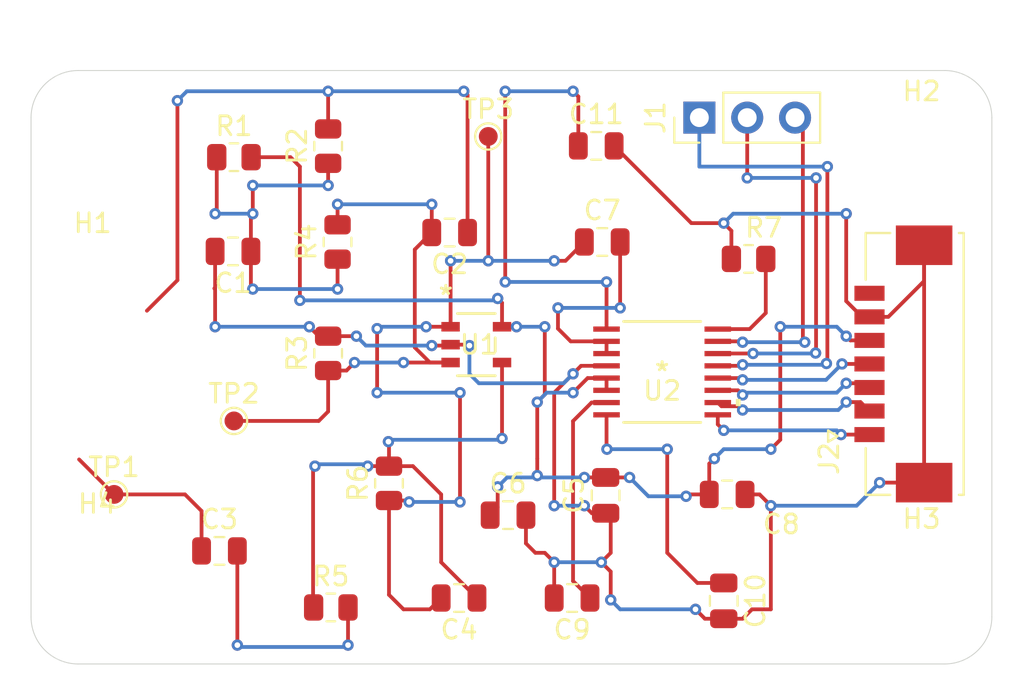
<source format=kicad_pcb>
(kicad_pcb (version 20240108) (generator "pcbnew") (generator_version "8.0")
  (layers (0 "F.Cu" signal) (31 "B.Cu" signal) (34 "B.Paste" user) (35 "F.Paste" user) (36 "B.SilkS" user "B.Silkscreen") (37 "F.SilkS" user "F.Silkscreen") (38 "B.Mask" user) (39 "F.Mask" user) (44 "Edge.Cuts" user))
  (net 0 "")
  (net 1 "Net-(C1-Pad1)")
  (net 2 "GND")
  (net 3 "Net-(U1-+IN)")
  (net 4 "Net-(C3-Pad2)")
  (net 5 "Net-(U1-OUT)")
  (net 6 "Net-(U1--IN)")
  (net 7 "+3V3")
  (net 8 "Net-(U2-LIN)")
  (net 9 "Net-(U2-GSEL)")
  (net 10 "Net-(U2-REGO)")
  (net 11 "Net-(U2-VCOM)")
  (net 12 "Net-(J1-Pin_1)")
  (net 13 "Net-(J1-Pin_3)")
  (net 14 "Net-(J1-Pin_2)")
  (net 15 "Net-(U2-CKS)")
  (net 16 "Net-(U2-MCLK)")
  (net 17 "Net-(U2-SDTO)")
  (net 18 "Net-(U2-LRCK)")
  (net 19 "Net-(U2-BICK)")
  (net 21 "Net-(MK1-+)")
  (footprint "Footprints:ADC" (layer "F.Cu") (at 161.7305 81.900002)
    (property "Reference" "U2" (at 0 1 0) (layer "F.SilkS"))
    (property "Value" "~")
    (fp_line (start -2.046677 2.6797) (end 2.046677 2.6797) (stroke (width 0.1524)) (layer "F.SilkS"))
    (fp_line (start 2.046677 -2.6797) (end -2.046677 -2.6797) (stroke (width 0.1524)) (layer "F.SilkS"))
    (fp_poly (pts (xy 4.1656 1.434501) (xy 4.1656 1.815501) (xy 3.9116 1.815501) (xy 3.9116 1.434501)) (fill solid) (layer "F.SilkS"))
    (fp_text user "*" (at 0 0 0) (layer "F.SilkS"))
    (fp_text user "*" (at 0 0 0) (layer "F.SilkS"))
    (pad "1" smd rect (at -2.95275 -2.274999) (size 1.4097 0.2794) (layers "F.Cu" "F.Paste" "F.Mask") (net 11 "Net-(U2-VCOM)"))
    (pad "2" smd rect (at -2.95275 -1.625001) (size 1.4097 0.2794) (layers "F.Cu" "F.Paste" "F.Mask") (net 8 "Net-(U2-LIN)"))
    (pad "3" smd rect (at -2.95275 -0.974999) (size 1.4097 0.2794) (layers "F.Cu" "F.Paste" "F.Mask") (net 8 "Net-(U2-LIN)"))
    (pad "4" smd rect (at -2.95275 -0.325001) (size 1.4097 0.2794) (layers "F.Cu" "F.Paste" "F.Mask") (net 2 "GND"))
    (pad "5" smd rect (at -2.95275 0.324998) (size 1.4097 0.2794) (layers "F.Cu" "F.Paste" "F.Mask") (net 7 "+3V3"))
    (pad "6" smd rect (at -2.95275 0.974999) (size 1.4097 0.2794) (layers "F.Cu" "F.Paste" "F.Mask") (net 7 "+3V3"))
    (pad "7" smd rect (at -2.95275 1.624998) (size 1.4097 0.2794) (layers "F.Cu" "F.Paste" "F.Mask") (net 9 "Net-(U2-GSEL)"))
    (pad "8" smd rect (at -2.95275 2.274999) (size 1.4097 0.2794) (layers "F.Cu" "F.Paste" "F.Mask") (net 10 "Net-(U2-REGO)"))
    (pad "9" smd rect (at 2.95275 2.274999) (size 1.4097 0.2794) (layers "F.Cu" "F.Paste" "F.Mask") (net 17 "Net-(U2-SDTO)"))
    (pad "10" smd rect (at 2.95275 1.625001) (size 1.4097 0.2794) (layers "F.Cu" "F.Paste" "F.Mask") (net 18 "Net-(U2-LRCK)"))
    (pad "11" smd rect (at 2.95275 0.974999) (size 1.4097 0.2794) (layers "F.Cu" "F.Paste" "F.Mask") (net 16 "Net-(U2-MCLK)"))
    (pad "12" smd rect (at 2.95275 0.325001) (size 1.4097 0.2794) (layers "F.Cu" "F.Paste" "F.Mask") (net 19 "Net-(U2-BICK)"))
    (pad "13" smd rect (at 2.95275 -0.324998) (size 1.4097 0.2794) (layers "F.Cu" "F.Paste" "F.Mask") (net 12 "Net-(J1-Pin_1)"))
    (pad "14" smd rect (at 2.95275 -0.974999) (size 1.4097 0.2794) (layers "F.Cu" "F.Paste" "F.Mask") (net 14 "Net-(J1-Pin_2)"))
    (pad "15" smd rect (at 2.95275 -1.624998) (size 1.4097 0.2794) (layers "F.Cu" "F.Paste" "F.Mask") (net 13 "Net-(J1-Pin_3)"))
    (pad "16" smd rect (at 2.95275 -2.274999) (size 1.4097 0.2794) (layers "F.Cu" "F.Paste" "F.Mask") (net 15 "Net-(U2-CKS)"))
  )
  (footprint "MountingHole:MountingHole_3.2mm_M3" (layer "F.Cu") (at 175.5 93.900002)
    (property "Reference" "H3" (at 0 -4.2 0) (layer "F.SilkS"))
    (property "Value" "MountingHole")
    (pad "" np_thru_hole circle (at 0 0) (size 3.2 3.2) (drill 3.2) (layers "*.Cu" "*.Mask"))
  )
  (footprint "Resistor_SMD:R_0805_2012Metric" (layer "F.Cu") (at 144 80.9125 90)
    (property "Reference" "R3" (at 0 -1.65 90) (layer "F.SilkS"))
    (property "Value" "100k")
    (fp_line (start -0.227064 -0.735) (end 0.227064 -0.735) (stroke (width 0.12)) (layer "F.SilkS"))
    (fp_line (start -0.227064 0.735) (end 0.227064 0.735) (stroke (width 0.12)) (layer "F.SilkS"))
    (pad "1" smd roundrect (at -0.9125 0 90) (size 1.025 1.4) (layers "F.Cu" "F.Paste" "F.Mask") (roundrect_rratio 0.243902) (net 3 "Net-(U1-+IN)"))
    (pad "2" smd roundrect (at 0.9125 0 90) (size 1.025 1.4) (layers "F.Cu" "F.Paste" "F.Mask") (roundrect_rratio 0.243902) (net 2 "GND"))
  )
  (footprint "Capacitor_SMD:C_0805_2012Metric" (layer "F.Cu") (at 158.7305 88.450002 90)
    (property "Reference" "C5" (at 0 -1.68 90) (layer "F.SilkS"))
    (property "Value" "10u")
    (fp_line (start -0.261252 -0.735) (end 0.261252 -0.735) (stroke (width 0.12)) (layer "F.SilkS"))
    (fp_line (start -0.261252 0.735) (end 0.261252 0.735) (stroke (width 0.12)) (layer "F.SilkS"))
    (pad "1" smd roundrect (at -0.95 0 90) (size 1 1.45) (layers "F.Cu" "F.Paste" "F.Mask") (net 2 "GND"))
    (pad "2" smd roundrect (at 0.95 0 90) (size 1 1.45) (layers "F.Cu" "F.Paste" "F.Mask") (net 7 "+3V3"))
  )
  (footprint "TestPoint:TestPoint_Pad_D1.0mm" (layer "F.Cu") (at 132.636 88.400002)
    (property "Reference" "TP1" (at 0 -1.448 0) (layer "F.SilkS"))
    (property "Value" "TestPoint")
    (fp_circle (center 0 0) (end 0 0.7) (stroke (width 0.12)) (fill none) (layer "F.SilkS"))
    (pad "1" smd circle (at 0 0) (size 1 1) (layers "F.Cu" "F.Mask") (net 2 "GND"))
  )
  (footprint "Resistor_SMD:R_0805_2012Metric" (layer "F.Cu") (at 144.143 94.400002)
    (property "Reference" "R5" (at 0 -1.65 0) (layer "F.SilkS"))
    (property "Value" "1k")
    (fp_line (start -0.227064 -0.735) (end 0.227064 -0.735) (stroke (width 0.12)) (layer "F.SilkS"))
    (fp_line (start -0.227064 0.735) (end 0.227064 0.735) (stroke (width 0.12)) (layer "F.SilkS"))
    (pad "1" smd roundrect (at -0.9125 0) (size 1.025 1.4) (layers "F.Cu" "F.Paste" "F.Mask") (roundrect_rratio 0.243902) (net 6 "Net-(U1--IN)"))
    (pad "2" smd roundrect (at 0.9125 0) (size 1.025 1.4) (layers "F.Cu" "F.Paste" "F.Mask") (roundrect_rratio 0.243902) (net 4 "Net-(C3-Pad2)"))
  )
  (footprint "Resistor_SMD:R_0805_2012Metric" (layer "F.Cu") (at 144.5 75 90)
    (property "Reference" "R4" (at 0 -1.65 90) (layer "F.SilkS"))
    (property "Value" "100k")
    (fp_line (start -0.227064 -0.735) (end 0.227064 -0.735) (stroke (width 0.12)) (layer "F.SilkS"))
    (fp_line (start -0.227064 0.735) (end 0.227064 0.735) (stroke (width 0.12)) (layer "F.SilkS"))
    (pad "1" smd roundrect (at -0.9125 0 90) (size 1.025 1.4) (layers "F.Cu" "F.Paste" "F.Mask") (roundrect_rratio 0.243902) (net 1 "Net-(C1-Pad1)"))
    (pad "2" smd roundrect (at 0.9125 0 90) (size 1.025 1.4) (layers "F.Cu" "F.Paste" "F.Mask") (roundrect_rratio 0.243902) (net 3 "Net-(U1-+IN)"))
  )
  (footprint "Footprints:Op-Amp" (layer "F.Cu") (at 151.86525 80.450001)
    (property "Reference" "U1" (at 0.13475 0 0) (layer "F.SilkS"))
    (property "Value" "OPA1671IDBVR")
    (fp_line (start -1.0033 1.651) (end 1.0033 1.651) (stroke (width 0.1524)) (layer "F.SilkS"))
    (fp_line (start 1.0033 -1.651) (end -1.0033 -1.651) (stroke (width 0.1524)) (layer "F.SilkS"))
    (fp_line (start 1.0033 0.363261) (end 1.0033 -0.363261) (stroke (width 0.1524)) (layer "F.SilkS"))
    (fp_text user "*" (at -1.61925 -2.601 0) (layer "F.SilkS"))
    (fp_text user "*" (at -1.61925 -2.601 0) (layer "F.SilkS"))
    (pad "1" smd rect (at -1.36525 -0.950001) (size 0.9779 0.508) (layers "F.Cu" "F.Paste" "F.Mask") (net 5 "Net-(U1-OUT)"))
    (pad "2" smd rect (at -1.36525 0) (size 0.9779 0.508) (layers "F.Cu" "F.Paste" "F.Mask") (net 2 "GND"))
    (pad "3" smd rect (at -1.36525 0.950001) (size 0.9779 0.508) (layers "F.Cu" "F.Paste" "F.Mask") (net 3 "Net-(U1-+IN)"))
    (pad "4" smd rect (at 1.36525 0.950001) (size 0.9779 0.508) (layers "F.Cu" "F.Paste" "F.Mask") (net 6 "Net-(U1--IN)"))
    (pad "5" smd rect (at 1.36525 -0.950001) (size 0.9779 0.508) (layers "F.Cu" "F.Paste" "F.Mask") (net 7 "+3V3"))
  )
  (footprint "Capacitor_SMD:C_0805_2012Metric" (layer "F.Cu") (at 165 94.05 -90)
    (property "Reference" "C10" (at 0 -1.68 90) (layer "F.SilkS"))
    (property "Value" "1u")
    (fp_line (start -0.261252 0.735) (end 0.261252 0.735) (stroke (width 0.12)) (layer "F.SilkS"))
    (fp_line (start -0.261252 -0.735) (end 0.261252 -0.735) (stroke (width 0.12)) (layer "F.SilkS"))
    (pad "1" smd roundrect (at -0.95 0 270) (size 1 1.45) (layers "F.Cu" "F.Paste" "F.Mask") (net 10 "Net-(U2-REGO)"))
    (pad "2" smd roundrect (at 0.95 0 270) (size 1 1.45) (layers "F.Cu" "F.Paste" "F.Mask") (net 2 "GND"))
  )
  (footprint "Capacitor_SMD:C_0805_2012Metric" (layer "F.Cu") (at 156.95 93.900002 180)
    (property "Reference" "C9" (at 0 -1.68 0) (layer "F.SilkS"))
    (property "Value" "1u")
    (fp_line (start -0.261252 0.735) (end 0.261252 0.735) (stroke (width 0.12)) (layer "F.SilkS"))
    (fp_line (start -0.261252 -0.735) (end 0.261252 -0.735) (stroke (width 0.12)) (layer "F.SilkS"))
    (pad "1" smd roundrect (at -0.95 0 180) (size 1 1.45) (layers "F.Cu" "F.Paste" "F.Mask") (net 9 "Net-(U2-GSEL)"))
    (pad "2" smd roundrect (at 0.95 0 180) (size 1 1.45) (layers "F.Cu" "F.Paste" "F.Mask") (net 2 "GND"))
  )
  (footprint "Resistor_SMD:R_0805_2012Metric" (layer "F.Cu") (at 166.318 75.900002)
    (property "Reference" "R7" (at 0.8 -1.65 0) (layer "F.SilkS"))
    (property "Value" "1k")
    (fp_line (start -0.227064 -0.735) (end 0.227064 -0.735) (stroke (width 0.12)) (layer "F.SilkS"))
    (fp_line (start -0.227064 0.735) (end 0.227064 0.735) (stroke (width 0.12)) (layer "F.SilkS"))
    (pad "1" smd roundrect (at -0.9125 0) (size 1.025 1.4) (layers "F.Cu" "F.Paste" "F.Mask") (roundrect_rratio 0.243902) (net 2 "GND"))
    (pad "2" smd roundrect (at 0.9125 0) (size 1.025 1.4) (layers "F.Cu" "F.Paste" "F.Mask") (roundrect_rratio 0.243902) (net 15 "Net-(U2-CKS)"))
  )
  (footprint "Capacitor_SMD:C_0805_2012Metric" (layer "F.Cu") (at 138.2305 91.400002)
    (property "Reference" "C3" (at 0 -1.68 0) (layer "F.SilkS"))
    (property "Value" "500n")
    (fp_line (start -0.261252 -0.735) (end 0.261252 -0.735) (stroke (width 0.12)) (layer "F.SilkS"))
    (fp_line (start -0.261252 0.735) (end 0.261252 0.735) (stroke (width 0.12)) (layer "F.SilkS"))
    (pad "1" smd roundrect (at -0.95 0) (size 1 1.45) (layers "F.Cu" "F.Paste" "F.Mask") (net 2 "GND"))
    (pad "2" smd roundrect (at 0.95 0) (size 1 1.45) (layers "F.Cu" "F.Paste" "F.Mask") (net 4 "Net-(C3-Pad2)"))
  )
  (footprint "TestPoint:TestPoint_Pad_D1.0mm" (layer "F.Cu") (at 139 84.5)
    (property "Reference" "TP2" (at 0 -1.448 0) (layer "F.SilkS"))
    (property "Value" "TestPoint")
    (fp_circle (center 0 0) (end 0 0.7) (stroke (width 0.12)) (fill none) (layer "F.SilkS"))
    (pad "1" smd circle (at 0 0) (size 1 1) (layers "F.Cu" "F.Mask") (net 3 "Net-(U1-+IN)"))
  )
  (footprint "MountingHole:MountingHole_3.2mm_M3" (layer "F.Cu") (at 175.5 69.5)
    (property "Reference" "H2" (at 0 -2.5 0) (layer "F.SilkS"))
    (property "Value" "MountingHole")
    (pad "" np_thru_hole circle (at 0 0) (size 3.2 3.2) (drill 3.2) (layers "*.Cu" "*.Mask"))
  )
  (footprint "Capacitor_SMD:C_0805_2012Metric" (layer "F.Cu") (at 158.55 75)
    (property "Reference" "C7" (at 0 -1.68 0) (layer "F.SilkS"))
    (property "Value" "10u")
    (fp_line (start -0.261252 -0.735) (end 0.261252 -0.735) (stroke (width 0.12)) (layer "F.SilkS"))
    (fp_line (start -0.261252 0.735) (end 0.261252 0.735) (stroke (width 0.12)) (layer "F.SilkS"))
    (pad "1" smd roundrect (at -0.95 0) (size 1 1.45) (layers "F.Cu" "F.Paste" "F.Mask") (net 5 "Net-(U1-OUT)"))
    (pad "2" smd roundrect (at 0.95 0) (size 1 1.45) (layers "F.Cu" "F.Paste" "F.Mask") (net 8 "Net-(U2-LIN)"))
  )
  (footprint "Capacitor_SMD:C_0805_2012Metric" (layer "F.Cu") (at 165.1805 88.400002 180)
    (property "Reference" "C8" (at -2.874999 -1.5855 0) (layer "F.SilkS"))
    (property "Value" "1u")
    (fp_line (start -0.261252 0.735) (end 0.261252 0.735) (stroke (width 0.12)) (layer "F.SilkS"))
    (fp_line (start -0.261252 -0.735) (end 0.261252 -0.735) (stroke (width 0.12)) (layer "F.SilkS"))
    (pad "1" smd roundrect (at -0.95 0 180) (size 1 1.45) (layers "F.Cu" "F.Paste" "F.Mask") (net 2 "GND"))
    (pad "2" smd roundrect (at 0.95 0 180) (size 1 1.45) (layers "F.Cu" "F.Paste" "F.Mask") (net 7 "+3V3"))
  )
  (footprint "Resistor_SMD:R_0805_2012Metric" (layer "F.Cu") (at 147.2305 87.812502 90)
    (property "Reference" "R6" (at 0 -1.65 90) (layer "F.SilkS"))
    (property "Value" "9k")
    (fp_line (start -0.227064 -0.735) (end 0.227064 -0.735) (stroke (width 0.12)) (layer "F.SilkS"))
    (fp_line (start -0.227064 0.735) (end 0.227064 0.735) (stroke (width 0.12)) (layer "F.SilkS"))
    (pad "1" smd roundrect (at -0.9125 0 90) (size 1.025 1.4) (layers "F.Cu" "F.Paste" "F.Mask") (roundrect_rratio 0.243902) (net 5 "Net-(U1-OUT)"))
    (pad "2" smd roundrect (at 0.9125 0 90) (size 1.025 1.4) (layers "F.Cu" "F.Paste" "F.Mask") (roundrect_rratio 0.243902) (net 6 "Net-(U1--IN)"))
  )
  (footprint "MountingHole:MountingHole_3.2mm_M3" (layer "F.Cu") (at 131.7305 69.400002)
    (property "Reference" "H1" (at -0.2305 4.599998 0) (layer "F.SilkS"))
    (property "Value" "MountingHole")
    (pad "" np_thru_hole circle (at 0 0) (size 3.2 3.2) (drill 3.2) (layers "*.Cu" "*.Mask"))
  )
  (footprint "Resistor_SMD:R_0805_2012Metric" (layer "F.Cu") (at 139 70.5)
    (property "Reference" "R1" (at 0 -1.65 0) (layer "F.SilkS"))
    (property "Value" "4.5k")
    (fp_line (start -0.227064 -0.735) (end 0.227064 -0.735) (stroke (width 0.12)) (layer "F.SilkS"))
    (fp_line (start -0.227064 0.735) (end 0.227064 0.735) (stroke (width 0.12)) (layer "F.SilkS"))
    (pad "1" smd roundrect (at -0.9125 0) (size 1.025 1.4) (layers "F.Cu" "F.Paste" "F.Mask") (roundrect_rratio 0.243902) (net 1 "Net-(C1-Pad1)"))
    (pad "2" smd roundrect (at 0.9125 0) (size 1.025 1.4) (layers "F.Cu" "F.Paste" "F.Mask") (roundrect_rratio 0.243902) (net 7 "+3V3"))
  )
  (footprint "Capacitor_SMD:C_0805_2012Metric" (layer "F.Cu") (at 153.55 89.5)
    (property "Reference" "C6" (at 0 -1.68 0) (layer "F.SilkS"))
    (property "Value" "10u")
    (fp_line (start -0.261252 -0.735) (end 0.261252 -0.735) (stroke (width 0.12)) (layer "F.SilkS"))
    (fp_line (start -0.261252 0.735) (end 0.261252 0.735) (stroke (width 0.12)) (layer "F.SilkS"))
    (pad "1" smd roundrect (at -0.95 0) (size 1 1.45) (layers "F.Cu" "F.Paste" "F.Mask") (net 7 "+3V3"))
    (pad "2" smd roundrect (at 0.95 0) (size 1 1.45) (layers "F.Cu" "F.Paste" "F.Mask") (net 2 "GND"))
  )
  (footprint "Footprints:MOLEX_connector" (layer "F.Cu") (at 175.136 81.475001 90)
    (property "Reference" "J2" (at -5.025 -4.543 90) (layer "F.SilkS"))
    (property "Value" "532610771")
    (fp_line (start -3.535 -4.595) (end -3.835 -4.095) (stroke (width 0.127)) (layer "F.SilkS"))
    (fp_line (start -4.135 -4.595) (end -3.535 -4.595) (stroke (width 0.127)) (layer "F.SilkS"))
    (fp_line (start -3.835 -4.095) (end -4.135 -4.595) (stroke (width 0.127)) (layer "F.SilkS"))
    (fp_line (start 6.95 -2.6) (end 6.95 -1.3) (stroke (width 0.127)) (layer "F.SilkS"))
    (fp_line (start 4.47 -2.6) (end 6.95 -2.6) (stroke (width 0.127)) (layer "F.SilkS"))
    (fp_line (start -6.95 -2.6) (end -4.47 -2.6) (stroke (width 0.127)) (layer "F.SilkS"))
    (fp_line (start -6.95 -1.3) (end -6.95 -2.6) (stroke (width 0.127)) (layer "F.SilkS"))
    (fp_line (start 6.95 2.6) (end 6.95 2.35) (stroke (width 0.127)) (layer "F.SilkS"))
    (fp_line (start -6.95 2.6) (end -6.95 2.35) (stroke (width 0.127)) (layer "F.SilkS"))
    (fp_line (start -6.95 2.6) (end 6.95 2.6) (stroke (width 0.127)) (layer "F.SilkS"))
    (pad "1" smd rect (at -3.75 -2.4 90) (size 0.8 1.6) (layers "F.Cu" "F.Paste") (net 17 "Net-(U2-SDTO)"))
    (pad "2" smd rect (at -2.5 -2.4 90) (size 0.8 1.6) (layers "F.Cu" "F.Paste") (net 18 "Net-(U2-LRCK)"))
    (pad "3" smd rect (at -1.25 -2.4 90) (size 0.8 1.6) (layers "F.Cu" "F.Paste") (net 16 "Net-(U2-MCLK)"))
    (pad "4" smd rect (at 0 -2.4 90) (size 0.8 1.6) (layers "F.Cu" "F.Paste") (net 19 "Net-(U2-BICK)"))
    (pad "5" smd rect (at 1.25 -2.4 90) (size 0.8 1.6) (layers "F.Cu" "F.Paste") (net 7 "+3V3"))
    (pad "6" smd rect (at 2.5 -2.4 90) (size 0.8 1.6) (layers "F.Cu" "F.Paste") (net 2 "GND"))
    (pad "7" smd rect (at 3.75 -2.4 90) (size 0.8 1.6) (layers "F.Cu" "F.Paste"))
    (pad "S1" smd rect (at -6.3 0.5 90) (size 2.1 3) (layers "F.Cu" "F.Paste") (net 2 "GND"))
    (pad "S2" smd rect (at 6.3 0.5 90) (size 2.1 3) (layers "F.Cu" "F.Paste") (net 2 "GND"))
  )
  (footprint "Connector_PinHeader_2.54mm:PinHeader_1x03_P2.54mm_Vertical" (layer "F.Cu") (at 163.7055 68.400002 90)
    (property "Reference" "J1" (at 0 -2.33 90) (layer "F.SilkS"))
    (property "Value" "Conn_01x03_Pin")
    (fp_line (start -1.33 -1.33) (end 0 -1.33) (stroke (width 0.12)) (layer "F.SilkS"))
    (fp_line (start -1.33 0) (end -1.33 -1.33) (stroke (width 0.12)) (layer "F.SilkS"))
    (fp_line (start 1.33 1.27) (end 1.33 6.41) (stroke (width 0.12)) (layer "F.SilkS"))
    (fp_line (start -1.33 1.27) (end 1.33 1.27) (stroke (width 0.12)) (layer "F.SilkS"))
    (fp_line (start -1.33 1.27) (end -1.33 6.41) (stroke (width 0.12)) (layer "F.SilkS"))
    (fp_line (start -1.33 6.41) (end 1.33 6.41) (stroke (width 0.12)) (layer "F.SilkS"))
    (pad "1" thru_hole rect (at 0 0 90) (size 1.7 1.7) (drill 1) (layers "*.Cu" "*.Mask") (net 12 "Net-(J1-Pin_1)"))
    (pad "2" thru_hole oval (at 0 2.54 90) (size 1.7 1.7) (drill 1) (layers "*.Cu" "*.Mask") (net 14 "Net-(J1-Pin_2)"))
    (pad "3" thru_hole oval (at 0 5.08 90) (size 1.7 1.7) (drill 1) (layers "*.Cu" "*.Mask") (net 13 "Net-(J1-Pin_3)"))
  )
  (footprint "Resistor_SMD:R_0805_2012Metric" (layer "F.Cu") (at 144 69.9125 90)
    (property "Reference" "R2" (at 0 -1.65 90) (layer "F.SilkS"))
    (property "Value" "10k")
    (fp_line (start -0.227064 -0.735) (end 0.227064 -0.735) (stroke (width 0.12)) (layer "F.SilkS"))
    (fp_line (start -0.227064 0.735) (end 0.227064 0.735) (stroke (width 0.12)) (layer "F.SilkS"))
    (pad "1" smd roundrect (at -0.9125 0 90) (size 1.025 1.4) (layers "F.Cu" "F.Paste" "F.Mask") (roundrect_rratio 0.243902) (net 1 "Net-(C1-Pad1)"))
    (pad "2" smd roundrect (at 0.9125 0 90) (size 1.025 1.4) (layers "F.Cu" "F.Paste" "F.Mask") (roundrect_rratio 0.243902) (net 21 "Net-(MK1-+)"))
  )
  (footprint "Capacitor_SMD:C_0805_2012Metric" (layer "F.Cu") (at 158.2305 69.900002)
    (property "Reference" "C11" (at 0 -1.68 0) (layer "F.SilkS"))
    (property "Value" "0.47u")
    (fp_line (start -0.261252 -0.735) (end 0.261252 -0.735) (stroke (width 0.12)) (layer "F.SilkS"))
    (fp_line (start -0.261252 0.735) (end 0.261252 0.735) (stroke (width 0.12)) (layer "F.SilkS"))
    (pad "1" smd roundrect (at -0.95 0) (size 1 1.45) (layers "F.Cu" "F.Paste" "F.Mask") (net 11 "Net-(U2-VCOM)"))
    (pad "2" smd roundrect (at 0.95 0) (size 1 1.45) (layers "F.Cu" "F.Paste" "F.Mask") (net 2 "GND"))
  )
  (footprint "Capacitor_SMD:C_0805_2012Metric" (layer "F.Cu") (at 150.45 74.5 180)
    (property "Reference" "C2" (at 0 -1.68 0) (layer "F.SilkS"))
    (property "Value" "10u")
    (fp_line (start -0.261252 0.735) (end 0.261252 0.735) (stroke (width 0.12)) (layer "F.SilkS"))
    (fp_line (start -0.261252 -0.735) (end 0.261252 -0.735) (stroke (width 0.12)) (layer "F.SilkS"))
    (pad "1" smd roundrect (at -0.95 0 180) (size 1 1.45) (layers "F.Cu" "F.Paste" "F.Mask") (net 21 "Net-(MK1-+)"))
    (pad "2" smd roundrect (at 0.95 0 180) (size 1 1.45) (layers "F.Cu" "F.Paste" "F.Mask") (net 3 "Net-(U1-+IN)"))
  )
  (footprint "MountingHole:MountingHole_3.2mm_M3" (layer "F.Cu") (at 131.7305 93.900002)
    (property "Reference" "H4" (at 0 -5 0) (layer "F.SilkS"))
    (property "Value" "MountingHole")
    (pad "" np_thru_hole circle (at 0 0) (size 3.2 3.2) (drill 3.2) (layers "*.Cu" "*.Mask"))
  )
  (footprint "TestPoint:TestPoint_Pad_D1.0mm" (layer "F.Cu") (at 152.5 69.400002)
    (property "Reference" "TP3" (at 0 -1.448 0) (layer "F.SilkS"))
    (property "Value" "TestPoint")
    (fp_circle (center 0 0) (end 0 0.7) (stroke (width 0.12)) (fill none) (layer "F.SilkS"))
    (pad "1" smd circle (at 0 0) (size 1 1) (layers "F.Cu" "F.Mask") (net 5 "Net-(U1-OUT)"))
  )
  (footprint "Capacitor_SMD:C_0805_2012Metric" (layer "F.Cu") (at 138.95 75.5 180)
    (property "Reference" "C1" (at 0 -1.68 0) (layer "F.SilkS"))
    (property "Value" "1u")
    (fp_line (start -0.261252 0.735) (end 0.261252 0.735) (stroke (width 0.12)) (layer "F.SilkS"))
    (fp_line (start -0.261252 -0.735) (end 0.261252 -0.735) (stroke (width 0.12)) (layer "F.SilkS"))
    (pad "1" smd roundrect (at -0.95 0 180) (size 1 1.45) (layers "F.Cu" "F.Paste" "F.Mask") (net 1 "Net-(C1-Pad1)"))
    (pad "2" smd roundrect (at 0.95 0 180) (size 1 1.45) (layers "F.Cu" "F.Paste" "F.Mask") (net 2 "GND"))
  )
  (footprint "Capacitor_SMD:C_0805_2012Metric" (layer "F.Cu") (at 150.95 93.900002 180)
    (property "Reference" "C4" (at 0 -1.68 0) (layer "F.SilkS"))
    (property "Value" "80n")
    (fp_line (start -0.261252 0.735) (end 0.261252 0.735) (stroke (width 0.12)) (layer "F.SilkS"))
    (fp_line (start -0.261252 -0.735) (end 0.261252 -0.735) (stroke (width 0.12)) (layer "F.SilkS"))
    (pad "1" smd roundrect (at -0.95 0 180) (size 1 1.45) (layers "F.Cu" "F.Paste" "F.Mask") (net 6 "Net-(U1--IN)"))
    (pad "2" smd roundrect (at 0.95 0 180) (size 1 1.45) (layers "F.Cu" "F.Paste" "F.Mask") (net 5 "Net-(U1-OUT)"))
  )
  (gr_line (start 179.2305 94.900002) (end 179.2305 68.400002) (stroke (width 0.05)) (layer "Edge.Cuts"))
  (gr_arc (start 179.2305 94.900002) (mid 178.498267 96.667769) (end 176.7305 97.400002) (stroke (width 0.05)) (layer "Edge.Cuts"))
  (gr_line (start 130.7305 97.400002) (end 176.7305 97.400002) (stroke (width 0.05)) (layer "Edge.Cuts"))
  (gr_arc (start 130.7305 97.400002) (mid 128.962733 96.667769) (end 128.2305 94.900002) (stroke (width 0.05)) (layer "Edge.Cuts"))
  (gr_arc (start 176.7305 65.900002) (mid 178.498267 66.632235) (end 179.2305 68.400002) (stroke (width 0.05)) (layer "Edge.Cuts"))
  (gr_arc (start 128.2305 68.400002) (mid 128.962733 66.632235) (end 130.7305 65.900002) (stroke (width 0.05)) (layer "Edge.Cuts"))
  (gr_line (start 176.7305 65.900002) (end 130.7305 65.900002) (stroke (width 0.05)) (layer "Edge.Cuts"))
  (gr_line (start 128.2305 68.400002) (end 128.2305 94.900002) (stroke (width 0.05)) (layer "Edge.Cuts"))
  (segment (start 140 72) (end 140 73.5) (width 0.2) (layer "F.Cu") (net 1))
  (segment (start 139.9 73.6) (end 139.9 75.5) (width 0.2) (layer "F.Cu") (net 1))
  (segment (start 139.9 75.5) (end 139.9 77.4) (width 0.2) (layer "F.Cu") (net 1))
  (segment (start 138.0875 70.5) (end 138.0875 73.4125) (width 0.2) (layer "F.Cu") (net 1))
  (segment (start 144.5 77.5) (end 144.5 75.9125) (width 0.2) (layer "F.Cu") (net 1))
  (segment (start 144 70.825) (end 144 72) (width 0.2) (layer "F.Cu") (net 1))
  (segment (start 140 73.5) (end 139.9 73.6) (width 0.2) (layer "F.Cu") (net 1))
  (segment (start 138.0875 73.4125) (end 138 73.5) (width 0.2) (layer "F.Cu") (net 1))
  (segment (start 139.9 77.4) (end 140 77.5) (width 0.2) (layer "F.Cu") (net 1))
  (via (at 140 77.5) (size 0.6) (drill 0.3) (layers "F.Cu" "B.Cu") (net 1))
  (via (at 144.5 77.5) (size 0.6) (drill 0.3) (layers "F.Cu" "B.Cu") (net 1))
  (via (at 140 73.5) (size 0.6) (drill 0.3) (layers "F.Cu" "B.Cu") (net 1))
  (via (at 144 72) (size 0.6) (drill 0.3) (layers "F.Cu" "B.Cu") (net 1))
  (via (at 138 73.5) (size 0.6) (drill 0.3) (layers "F.Cu" "B.Cu") (net 1))
  (via (at 140 72) (size 0.6) (drill 0.3) (layers "F.Cu" "B.Cu") (net 1))
  (segment (start 138 73.5) (end 140 73.5) (width 0.2) (layer "B.Cu") (net 1))
  (segment (start 140 77.5) (end 144.5 77.5) (width 0.2) (layer "B.Cu") (net 1))
  (segment (start 140 72) (end 144 72) (width 0.2) (layer "B.Cu") (net 1))
  (segment (start 167.5 89) (end 167.25 88.75) (width 0.2) (layer "F.Cu") (net 2))
  (segment (start 158.5 92) (end 159 92.5) (width 0.2) (layer "F.Cu") (net 2))
  (segment (start 143.5 80) (end 143 79.5) (width 0.2) (layer "F.Cu") (net 2))
  (segment (start 166.5 94.5) (end 166 95) (width 0.2) (layer "F.Cu") (net 2))
  (segment (start 167.5 89) (end 167.5 94.5) (width 0.2) (layer "F.Cu") (net 2))
  (segment (start 165.4055 74.4055) (end 165.4055 75.900002) (width 0.2) (layer "F.Cu") (net 2))
  (segment (start 159 91.5) (end 159 89.669502) (width 0.2) (layer "F.Cu") (net 2))
  (segment (start 165 95) (end 164 95) (width 0.2) (layer "F.Cu") (net 2))
  (segment (start 173.736 78.975001) (end 172.736 78.975001) (width 0.2) (layer "F.Cu") (net 2))
  (segment (start 150.5 80.450001) (end 151.450001 80.450001) (width 0.2) (layer "F.Cu") (net 2))
  (segment (start 166 95) (end 165 95) (width 0.2) (layer "F.Cu") (net 2))
  (segment (start 156 89) (end 156 83) (width 0.2) (layer "F.Cu") (net 2))
  (segment (start 149.5 80.5) (end 150.450001 80.5) (width 0.2) (layer "F.Cu") (net 2))
  (segment (start 136.400002 88.400002) (end 137.2805 89.2805) (width 0.2) (layer "F.Cu") (net 2))
  (segment (start 159 89.669502) (end 158.7305 89.400002) (width 0.2) (layer "F.Cu") (net 2))
  (segment (start 158.7305 89.400002) (end 158.000002 89.400002) (width 0.2) (layer "F.Cu") (net 2))
  (segment (start 144 80) (end 145.5 80) (width 0.2) (layer "F.Cu") (net 2))
  (segment (start 163.280498 74) (end 165 74) (width 0.2) (layer "F.Cu") (net 2))
  (segment (start 156 92) (end 156 93.900002) (width 0.2) (layer "F.Cu") (net 2))
  (segment (start 175.636 77.075001) (end 173.736 78.975001) (width 0.2) (layer "F.Cu") (net 2))
  (segment (start 173.275001 87.775001) (end 175.636 87.775001) (width 0.2) (layer "F.Cu") (net 2))
  (segment (start 159.1805 69.900002) (end 163.280498 74) (width 0.2) (layer "F.Cu") (net 2))
  (segment (start 144 80) (end 143.5 80) (width 0.2) (layer "F.Cu") (net 2))
  (segment (start 137.2805 89.2805) (end 137.2805 91.400002) (width 0.2) (layer "F.Cu") (net 2))
  (segment (start 151.450001 80.450001) (end 151.5 80.5) (width 0.2) (layer "F.Cu") (net 2))
  (segment (start 172.736 78.975001) (end 172.336 78.975001) (width 0.2) (layer "F.Cu") (net 2))
  (segment (start 157.424999 81.575001) (end 158.77775 81.575001) (width 0.2) (layer "F.Cu") (net 2))
  (segment (start 175.636 75.175001) (end 175.636 77.075001) (width 0.2) (layer "F.Cu") (net 2))
  (segment (start 155 91.5) (end 155.5 91.5) (width 0.2) (layer "F.Cu") (net 2))
  (segment (start 175.636 87.775001) (end 175.636 75.175001) (width 0.2) (layer "F.Cu") (net 2))
  (segment (start 158.5 92) (end 159 91.5) (width 0.2) (layer "F.Cu") (net 2))
  (segment (start 172.336 78.975001) (end 171.5 78.139001) (width 0.2) (layer "F.Cu") (net 2))
  (segment (start 156 83) (end 157 82) (width 0.2) (layer "F.Cu") (net 2))
  (segment (start 138 77.430502) (end 137.965251 77.465251) (width 0.2) (layer "F.Cu") (net 2))
  (segment (start 171.5 78.139001) (end 171.5 73.5) (width 0.2) (layer "F.Cu") (net 2))
  (segment (start 138 77.5) (end 137.965251 77.465251) (width 0.2) (layer "F.Cu") (net 2))
  (segment (start 166.900002 88.400002) (end 166.1305 88.400002) (width 0.2) (layer "F.Cu") (net 2))
  (segment (start 167.5 89) (end 166.900002 88.400002) (width 0.2) (layer "F.Cu") (net 2))
  (segment (start 159 92.5) (end 159 94) (width 0.2) (layer "F.Cu") (net 2))
  (segment (start 132.636 88.400002) (end 136.400002 88.400002) (width 0.2) (layer "F.Cu") (net 2))
  (segment (start 155 91.5) (end 154.5 91) (width 0.2) (layer "F.Cu") (net 2))
  (segment (start 167.5 94.5) (end 166.5 94.5) (width 0.2) (layer "F.Cu") (net 2))
  (segment (start 154.5 91) (end 154.5 89.5) (width 0.2) (layer "F.Cu") (net 2))
  (segment (start 155.5 91.5) (end 156 92) (width 0.2) (layer "F.Cu") (net 2))
  (segment (start 150.450001 80.5) (end 150.5 80.450001) (width 0.2) (layer "F.Cu") (net 2))
  (segment (start 164 95) (end 163.5 94.5) (width 0.2) (layer "F.Cu") (net 2))
  (segment (start 165 74) (end 165.4055 74.4055) (width 0.2) (layer "F.Cu") (net 2))
  (segment (start 138 79.5) (end 138 77.5) (width 0.2) (layer "F.Cu") (net 2))
  (segment (start 158.000002 89.400002) (end 157.6 89) (width 0.2) (layer "F.Cu") (net 2))
  (segment (start 138 75.5) (end 138 77.430502) (width 0.2) (layer "F.Cu") (net 2))
  (segment (start 130.7805 86.544502) (end 132.636 88.400002) (width 0.2) (layer "F.Cu") (net 2))
  (segment (start 157 82) (end 157.424999 81.575001) (width 0.2) (layer "F.Cu") (net 2))
  (via (at 149.5 80.5) (size 0.6) (drill 0.3) (layers "F.Cu" "B.Cu") (net 2))
  (via (at 145.5 80) (size 0.6) (drill 0.3) (layers "F.Cu" "B.Cu") (net 2))
  (via (at 171.5 73.5) (size 0.6) (drill 0.3) (layers "F.Cu" "B.Cu") (net 2))
  (via (at 163.5 94.5) (size 0.6) (drill 0.3) (layers "F.Cu" "B.Cu") (net 2))
  (via (at 138 79.5) (size 0.6) (drill 0.3) (layers "F.Cu" "B.Cu") (net 2))
  (via (at 157 82) (size 0.6) (drill 0.3) (layers "F.Cu" "B.Cu") (net 2))
  (via (at 157.6 89) (size 0.6) (drill 0.3) (layers "F.Cu" "B.Cu") (net 2))
  (via (at 165 74) (size 0.6) (drill 0.3) (layers "F.Cu" "B.Cu") (net 2))
  (via (at 173.275001 87.775001) (size 0.6) (drill 0.3) (layers "F.Cu" "B.Cu") (net 2))
  (via (at 143 79.5) (size 0.6) (drill 0.3) (layers "F.Cu" "B.Cu") (net 2))
  (via (at 167.5 89) (size 0.6) (drill 0.3) (layers "F.Cu" "B.Cu") (net 2))
  (via (at 159 94) (size 0.6) (drill 0.3) (layers "F.Cu" "B.Cu") (net 2))
  (via (at 158.5 92) (size 0.6) (drill 0.3) (layers "F.Cu" "B.Cu") (net 2))
  (via (at 151.5 80.5) (size 0.6) (drill 0.3) (layers "F.Cu" "B.Cu") (net 2))
  (via (at 156 89) (size 0.6) (drill 0.3) (layers "F.Cu" "B.Cu") (net 2))
  (via (at 156 92) (size 0.6) (drill 0.3) (layers "F.Cu" "B.Cu") (net 2))
  (segment (start 151.5 80.5) (end 151.5 82) (width 0.2) (layer "B.Cu") (net 2))
  (segment (start 156.5 82.5) (end 157 82) (width 0.2) (layer "B.Cu") (net 2))
  (segment (start 146 80.5) (end 149.5 80.5) (width 0.2) (layer "B.Cu") (net 2))
  (segment (start 172.050002 89) (end 173.275001 87.775001) (width 0.2) (layer "B.Cu") (net 2))
  (segment (start 171.5 73.5) (end 165.5 73.5) (width 0.2) (layer "B.Cu") (net 2))
  (segment (start 145.5 80) (end 146 80.5) (width 0.2) (layer "B.Cu") (net 2))
  (segment (start 165.5 73.5) (end 165 74) (width 0.2) (layer "B.Cu") (net 2))
  (segment (start 158.5 92) (end 156 92) (width 0.2) (layer "B.Cu") (net 2))
  (segment (start 143 79.5) (end 138 79.5) (width 0.2) (layer "B.Cu") (net 2))
  (segment (start 167.5 89) (end 172.050002 89) (width 0.2) (layer "B.Cu") (net 2))
  (segment (start 157.6 89) (end 156 89) (width 0.2) (layer "B.Cu") (net 2))
  (segment (start 159.5 94.5) (end 159 94) (width 0.2) (layer "B.Cu") (net 2))
  (segment (start 163.5 94.5) (end 159.5 94.5) (width 0.2) (layer "B.Cu") (net 2))
  (segment (start 152 82.5) (end 156.5 82.5) (width 0.2) (layer "B.Cu") (net 2))
  (segment (start 151.5 82) (end 152 82.5) (width 0.2) (layer "B.Cu") (net 2))
  (segment (start 149.5 74.5) (end 149.000062 74.999938) (width 0.2) (layer "F.Cu") (net 3))
  (segment (start 149.5 73) (end 149.5 74.5) (width 0.2) (layer "F.Cu") (net 3))
  (segment (start 148.6 80.6) (end 149.400002 81.400002) (width 0.2) (layer "F.Cu") (net 3))
  (segment (start 144.975 81.825) (end 144 81.825) (width 0.2) (layer "F.Cu") (net 3))
  (segment (start 144.5 74.0875) (end 144.5 73) (width 0.2) (layer "F.Cu") (net 3))
  (segment (start 148.000002 81.400002) (end 150.5 81.400002) (width 0.2) (layer "F.Cu") (net 3))
  (segment (start 139 84.5) (end 143.5 84.5) (width 0.2) (layer "F.Cu") (net 3))
  (segment (start 149.5 74.5) (end 148.6 75.4) (width 0.2) (layer "F.Cu") (net 3))
  (segment (start 148.6 75.4) (end 148.6 80.6) (width 0.2) (layer "F.Cu") (net 3))
  (segment (start 145.4 81.4) (end 144.975 81.825) (width 0.2) (layer "F.Cu") (net 3))
  (segment (start 149.400002 81.400002) (end 150.5 81.400002) (width 0.2) (layer "F.Cu") (net 3))
  (segment (start 144 84) (end 144 81.825) (width 0.2) (layer "F.Cu") (net 3))
  (segment (start 143.5 84.5) (end 144 84) (width 0.2) (layer "F.Cu") (net 3))
  (segment (start 148 81.4) (end 148.000002 81.400002) (width 0.2) (layer "F.Cu") (net 3))
  (via (at 149.5 73) (size 0.6) (drill 0.3) (layers "F.Cu" "B.Cu") (net 3))
  (via (at 144.5 73) (size 0.6) (drill 0.3) (layers "F.Cu" "B.Cu") (net 3))
  (via (at 145.4 81.4) (size 0.6) (drill 0.3) (layers "F.Cu" "B.Cu") (net 3))
  (via (at 148 81.4) (size 0.6) (drill 0.3) (layers "F.Cu" "B.Cu") (net 3))
  (segment (start 145.4 81.4) (end 148 81.4) (width 0.2) (layer "B.Cu") (net 3))
  (segment (start 144.5 73) (end 149.5 73) (width 0.2) (layer "B.Cu") (net 3))
  (segment (start 139.1805 96.4) (end 139.1805 91.400002) (width 0.2) (layer "F.Cu") (net 4))
  (segment (start 145.0555 96.4) (end 145.0555 94.400002) (width 0.2) (layer "F.Cu") (net 4))
  (via (at 145.0555 96.4) (size 0.6) (drill 0.3) (layers "F.Cu" "B.Cu") (net 4))
  (via (at 139.1805 96.4) (size 0.6) (drill 0.3) (layers "F.Cu" "B.Cu") (net 4))
  (segment (start 139.1805 96.4) (end 139.2805 96.5) (width 0.2) (layer "B.Cu") (net 4))
  (segment (start 139.2805 96.5) (end 144.9555 96.5) (width 0.2) (layer "B.Cu") (net 4))
  (segment (start 144.9555 96.5) (end 145.0555 96.4) (width 0.2) (layer "B.Cu") (net 4))
  (segment (start 151 88.8) (end 151 83) (width 0.2) (layer "F.Cu") (net 5))
  (segment (start 156 76) (end 156.6 76) (width 0.2) (layer "F.Cu") (net 5))
  (segment (start 149.5 79.5) (end 149.2 79.5) (width 0.2) (layer "F.Cu") (net 5))
  (segment (start 148.3 88.8) (end 148.225002 88.725002) (width 0.2) (layer "F.Cu") (net 5))
  (segment (start 156.6 76) (end 157.6 75) (width 0.2) (layer "F.Cu") (net 5))
  (segment (start 150.5 79.5) (end 149.2 79.5) (width 0.2) (layer "F.Cu") (net 5))
  (segment (start 149.400002 94.5) (end 150 93.900002) (width 0.2) (layer "F.Cu") (net 5))
  (segment (start 148 94.5) (end 149.400002 94.5) (width 0.2) (layer "F.Cu") (net 5))
  (segment (start 148.225002 88.725002) (end 147.2305 88.725002) (width 0.2) (layer "F.Cu") (net 5))
  (segment (start 152.5 69.400002) (end 152.5 76) (width 0.2) (layer "F.Cu") (net 5))
  (segment (start 147.2305 93.7305) (end 148 94.5) (width 0.2) (layer "F.Cu") (net 5))
  (segment (start 147.2305 88.725002) (end 147.2305 93.7305) (width 0.2) (layer "F.Cu") (net 5))
  (segment (start 150.5 79.5) (end 150.5 76) (width 0.2) (layer "F.Cu") (net 5))
  (segment (start 146.6 83) (end 146.6 79.6) (width 0.2) (layer "F.Cu") (net 5))
  (via (at 152.5 76) (size 0.6) (drill 0.3) (layers "F.Cu" "B.Cu") (net 5))
  (via (at 146.6 79.6) (size 0.6) (drill 0.3) (layers "F.Cu" "B.Cu") (net 5))
  (via (at 150.5 76) (size 0.6) (drill 0.3) (layers "F.Cu" "B.Cu") (net 5))
  (via (at 156 76) (size 0.6) (drill 0.3) (layers "F.Cu" "B.Cu") (net 5))
  (via (at 151 88.8) (size 0.6) (drill 0.3) (layers "F.Cu" "B.Cu") (net 5))
  (via (at 148.3 88.8) (size 0.6) (drill 0.3) (layers "F.Cu" "B.Cu") (net 5))
  (via (at 146.6 83) (size 0.6) (drill 0.3) (layers "F.Cu" "B.Cu") (net 5))
  (via (at 149.2 79.5) (size 0.6) (drill 0.3) (layers "F.Cu" "B.Cu") (net 5))
  (via (at 151 83) (size 0.6) (drill 0.3) (layers "F.Cu" "B.Cu") (net 5))
  (segment (start 152.5 76) (end 156 76) (width 0.2) (layer "B.Cu") (net 5))
  (segment (start 151 88.8) (end 148.3 88.8) (width 0.2) (layer "B.Cu") (net 5))
  (segment (start 150.5 76) (end 152.5 76) (width 0.2) (layer "B.Cu") (net 5))
  (segment (start 146.6 83) (end 151 83) (width 0.2) (layer "B.Cu") (net 5))
  (segment (start 149.2 79.5) (end 146.7 79.5) (width 0.2) (layer "B.Cu") (net 5))
  (segment (start 146.7 79.5) (end 146.6 79.6) (width 0.2) (layer "B.Cu") (net 5))
  (segment (start 147.2305 86.900002) (end 148.500002 86.900002) (width 0.2) (layer "F.Cu") (net 6))
  (segment (start 143.2 94.369502) (end 143.2305 94.400002) (width 0.2) (layer "F.Cu") (net 6))
  (segment (start 150 92.000002) (end 151.9 93.900002) (width 0.2) (layer "F.Cu") (net 6))
  (segment (start 153.2305 85.4305) (end 153.2305 81.400002) (width 0.2) (layer "F.Cu") (net 6))
  (segment (start 146.099998 86.900002) (end 147.2305 86.900002) (width 0.2) (layer "F.Cu") (net 6))
  (segment (start 143.2 87) (end 143.2 94.369502) (width 0.2) (layer "F.Cu") (net 6))
  (segment (start 143.3 86.9) (end 143.2 87) (width 0.2) (layer "F.Cu") (net 6))
  (segment (start 147.2 85.6) (end 147.2305 85.6305) (width 0.2) (layer "F.Cu") (net 6))
  (segment (start 148.500002 86.900002) (end 150 88.4) (width 0.2) (layer "F.Cu") (net 6))
  (segment (start 147.2305 85.6305) (end 147.2305 86.900002) (width 0.2) (layer "F.Cu") (net 6))
  (segment (start 150 88.4) (end 150 92.000002) (width 0.2) (layer "F.Cu") (net 6))
  (via (at 147.2 85.6) (size 0.6) (drill 0.3) (layers "F.Cu" "B.Cu") (net 6))
  (via (at 153.2305 85.4305) (size 0.6) (drill 0.3) (layers "F.Cu" "B.Cu") (net 6))
  (via (at 143.3 86.9) (size 0.6) (drill 0.3) (layers "F.Cu" "B.Cu") (net 6))
  (via (at 146.099998 86.900002) (size 0.6) (drill 0.3) (layers "F.Cu" "B.Cu") (net 6))
  (segment (start 143.3 86.9) (end 143.4 86.8) (width 0.2) (layer "B.Cu") (net 6))
  (segment (start 145.999996 86.8) (end 146.099998 86.900002) (width 0.2) (layer "B.Cu") (net 6))
  (segment (start 143.4 86.8) (end 145.999996 86.8) (width 0.2) (layer "B.Cu") (net 6))
  (segment (start 153.161 85.5) (end 147.3 85.5) (width 0.2) (layer "B.Cu") (net 6))
  (segment (start 153.2305 85.4305) (end 153.161 85.5) (width 0.2) (layer "B.Cu") (net 6))
  (segment (start 147.3 85.5) (end 147.2 85.6) (width 0.2) (layer "B.Cu") (net 6))
  (segment (start 163.099998 88.400002) (end 163 88.5) (width 0.2) (layer "F.Cu") (net 7))
  (segment (start 155.5 79.5) (end 155.5 83.1) (width 0.2) (layer "F.Cu") (net 7))
  (segment (start 168 79.5) (end 168 85.5) (width 0.2) (layer "F.Cu") (net 7))
  (segment (start 157.600002 87.500002) (end 157.6 87.5) (width 0.2) (layer "F.Cu") (net 7))
  (segment (start 155.5 83.1) (end 155.1 83.5) (width 0.2) (layer "F.Cu") (net 7))
  (segment (start 142.5 78.1) (end 142.5 71) (width 0.2) (layer "F.Cu") (net 7))
  (segment (start 155.1 86.5) (end 155.1 87.4) (width 0.2) (layer "F.Cu") (net 7))
  (segment (start 171.725001 80.225001) (end 171.5 80) (width 0.2) (layer "F.Cu") (net 7))
  (segment (start 172.736 80.225001) (end 171.725001 80.225001) (width 0.2) (layer "F.Cu") (net 7))
  (segment (start 142 70.5) (end 139.9125 70.5) (width 0.2) (layer "F.Cu") (net 7))
  (segment (start 160 87.5) (end 158.730502 87.5) (width 0.2) (layer "F.Cu") (net 7))
  (segment (start 153.2305 79.5) (end 153.2305 78.2305) (width 0.2) (layer "F.Cu") (net 7))
  (segment (start 158.77775 82.225) (end 158.77775 82.875001) (width 0.2) (layer "F.Cu") (net 7))
  (segment (start 153 89.1) (end 152.6 89.5) (width 0.2) (layer "F.Cu") (net 7))
  (segment (start 158.7305 87.500002) (end 157.600002 87.500002) (width 0.2) (layer "F.Cu") (net 7))
  (segment (start 158.77775 82.225) (end 157.775 82.225) (width 0.2) (layer "F.Cu") (net 7))
  (segment (start 164.2305 88.400002) (end 163.099998 88.400002) (width 0.2) (layer "F.Cu") (net 7))
  (segment (start 142.5 71) (end 142 70.5) (width 0.2) (layer "F.Cu") (net 7))
  (segment (start 157.775 82.225) (end 157 83) (width 0.2) (layer "F.Cu") (net 7))
  (segment (start 153.2305 79.5) (end 154 79.5) (width 0.2) (layer "F.Cu") (net 7))
  (segment (start 155.1 83.5) (end 155.1 86.5) (width 0.2) (layer "F.Cu") (net 7))
  (segment (start 153.2305 78.2305) (end 153 78) (width 0.2) (layer "F.Cu") (net 7))
  (segment (start 164.2305 86.7695) (end 164.2305 88.400002) (width 0.2) (layer "F.Cu") (net 7))
  (segment (start 158.730502 87.5) (end 158.7305 87.500002) (width 0.2) (layer "F.Cu") (net 7))
  (segment (start 155 87.5) (end 155.1 87.4) (width 0.2) (layer "F.Cu") (net 7))
  (segment (start 164.5 86.5) (end 164.2305 86.7695) (width 0.2) (layer "F.Cu") (net 7))
  (segment (start 153 88) (end 153 89.1) (width 0.2) (layer "F.Cu") (net 7))
  (segment (start 168 85.5) (end 167.5 86) (width 0.2) (layer "F.Cu") (net 7))
  (via (at 155.1 87.4) (size 0.6) (drill 0.3) (layers "F.Cu" "B.Cu") (net 7))
  (via (at 163 88.5) (size 0.6) (drill 0.3) (layers "F.Cu" "B.Cu") (net 7))
  (via (at 168 79.5) (size 0.6) (drill 0.3) (layers "F.Cu" "B.Cu") (net 7))
  (via (at 167.5 86) (size 0.6) (drill 0.3) (layers "F.Cu" "B.Cu") (net 7))
  (via (at 155.5 79.5) (size 0.6) (drill 0.3) (layers "F.Cu" "B.Cu") (net 7))
  (via (at 171.5 80) (size 0.6) (drill 0.3) (layers "F.Cu" "B.Cu") (net 7))
  (via (at 164.5 86.5) (size 0.6) (drill 0.3) (layers "F.Cu" "B.Cu") (net 7))
  (via (at 153 78) (size 0.6) (drill 0.3) (layers "F.Cu" "B.Cu") (net 7))
  (via (at 157 83) (size 0.6) (drill 0.3) (layers "F.Cu" "B.Cu") (net 7))
  (via (at 154 79.5) (size 0.6) (drill 0.3) (layers "F.Cu" "B.Cu") (net 7))
  (via (at 155.1 83.5) (size 0.6) (drill 0.3) (layers "F.Cu" "B.Cu") (net 7))
  (via (at 153 88) (size 0.6) (drill 0.3) (layers "F.Cu" "B.Cu") (net 7))
  (via (at 142.5 78.1) (size 0.6) (drill 0.3) (layers "F.Cu" "B.Cu") (net 7))
  (via (at 157.6 87.5) (size 0.6) (drill 0.3) (layers "F.Cu" "B.Cu") (net 7))
  (via (at 160 87.5) (size 0.6) (drill 0.3) (layers "F.Cu" "B.Cu") (net 7))
  (segment (start 163 88.5) (end 161 88.5) (width 0.2) (layer "B.Cu") (net 7))
  (segment (start 157.6 87.5) (end 153.5 87.5) (width 0.2) (layer "B.Cu") (net 7))
  (segment (start 153 78) (end 152.9 78.1) (width 0.2) (layer "B.Cu") (net 7))
  (segment (start 155.6 83) (end 155.1 83.5) (width 0.2) (layer "B.Cu") (net 7))
  (segment (start 154 79.5) (end 155.5 79.5) (width 0.2) (layer "B.Cu") (net 7))
  (segment (start 157 83) (end 155.6 83) (width 0.2) (layer "B.Cu") (net 7))
  (segment (start 171 79.5) (end 168 79.5) (width 0.2) (layer "B.Cu") (net 7))
  (segment (start 161 88.5) (end 160 87.5) (width 0.2) (layer "B.Cu") (net 7))
  (segment (start 155.1 87.4) (end 155 87.5) (width 0.2) (layer "B.Cu") (net 7))
  (segment (start 152.9 78.1) (end 142.5 78.1) (width 0.2) (layer "B.Cu") (net 7))
  (segment (start 167.5 86) (end 165 86) (width 0.2) (layer "B.Cu") (net 7))
  (segment (start 165 86) (end 164.5 86.5) (width 0.2) (layer "B.Cu") (net 7))
  (segment (start 153.5 87.5) (end 153 88) (width 0.2) (layer "B.Cu") (net 7))
  (segment (start 171.5 80) (end 171 79.5) (width 0.2) (layer "B.Cu") (net 7))
  (segment (start 156.2 78.5) (end 156.2 79.6) (width 0.2) (layer "F.Cu") (net 8))
  (segment (start 156.2 79.6) (end 156.875001 80.275001) (width 0.2) (layer "F.Cu") (net 8))
  (segment (start 158.77775 80.275001) (end 158.77775 80.925003) (width 0.2) (layer "F.Cu") (net 8))
  (segment (start 156.875001 80.275001) (end 158.77775 80.275001) (width 0.2) (layer "F.Cu") (net 8))
  (segment (start 159.5 75) (end 159.5 78.5) (width 0.2) (layer "F.Cu") (net 8))
  (via (at 159.5 78.5) (size 0.6) (drill 0.3) (layers "F.Cu" "B.Cu") (net 8))
  (via (at 156.2 78.5) (size 0.6) (drill 0.3) (layers "F.Cu" "B.Cu") (net 8))
  (segment (start 159.5 78.5) (end 156.2 78.5) (width 0.2) (layer "B.Cu") (net 8))
  (segment (start 157 93) (end 157 84.508201) (width 0.2) (layer "F.Cu") (net 9))
  (segment (start 157 84.508201) (end 157.983201 83.525) (width 0.2) (layer "F.Cu") (net 9))
  (segment (start 157.9 93.900002) (end 157.9 93.9) (width 0.2) (layer "F.Cu") (net 9))
  (segment (start 157.983201 83.525) (end 158.77775 83.525) (width 0.2) (layer "F.Cu") (net 9))
  (segment (start 157.9 93.9) (end 157 93) (width 0.2) (layer "F.Cu") (net 9))
  (segment (start 163.6 93.1) (end 165 93.1) (width 0.2) (layer "F.Cu") (net 10))
  (segment (start 158.8 86) (end 158.77775 85.97775) (width 0.2) (layer "F.Cu") (net 10))
  (segment (start 162 91.5) (end 163.6 93.1) (width 0.2) (layer "F.Cu") (net 10))
  (segment (start 162 86) (end 162 91.5) (width 0.2) (layer "F.Cu") (net 10))
  (segment (start 158.77775 85.97775) (end 158.77775 84.175001) (width 0.2) (layer "F.Cu") (net 10))
  (via (at 158.8 86) (size 0.6) (drill 0.3) (layers "F.Cu" "B.Cu") (net 10))
  (via (at 162 86) (size 0.6) (drill 0.3) (layers "F.Cu" "B.Cu") (net 10))
  (segment (start 158.8 86) (end 162 86) (width 0.2) (layer "B.Cu") (net 10))
  (segment (start 157.2805 67.2805) (end 157.2805 69.900002) (width 0.2) (layer "F.Cu") (net 11))
  (segment (start 158.77775 77.12225) (end 158.77775 79.625003) (width 0.2) (layer "F.Cu") (net 11))
  (segment (start 157 67) (end 157.2805 67.2805) (width 0.2) (layer "F.Cu") (net 11))
  (segment (start 153.4 77.12225) (end 153.4 67) (width 0.2) (layer "F.Cu") (net 11))
  (via (at 153.4 67) (size 0.6) (drill 0.3) (layers "F.Cu" "B.Cu") (net 11))
  (via (at 158.77775 77.12225) (size 0.6) (drill 0.3) (layers "F.Cu" "B.Cu") (net 11))
  (via (at 153.4 77.12225) (size 0.6) (drill 0.3) (layers "F.Cu" "B.Cu") (net 11))
  (via (at 157 67) (size 0.6) (drill 0.3) (layers "F.Cu" "B.Cu") (net 11))
  (segment (start 153.4 67) (end 157 67) (width 0.2) (layer "B.Cu") (net 11))
  (segment (start 153.4 77.12225) (end 158.77775 77.12225) (width 0.2) (layer "B.Cu") (net 11))
  (segment (start 165.924996 81.575004) (end 165.980036 81.519964) (width 0.2) (layer "F.Cu") (net 12))
  (segment (start 165.980036 81.519964) (end 166.002604 81.519964) (width 0.2) (layer "F.Cu") (net 12))
  (segment (start 170.5 71) (end 170.5 81.5) (width 0.2) (layer "F.Cu") (net 12))
  (segment (start 165.924996 81.575004) (end 164.68325 81.575004) (width 0.2) (layer "F.Cu") (net 12))
  (via (at 166.002604 81.519964) (size 0.6) (drill 0.3) (layers "F.Cu" "B.Cu") (net 12))
  (via (at 170.5 71) (size 0.6) (drill 0.3) (layers "F.Cu" "B.Cu") (net 12))
  (via (at 170.450735 81.450735) (size 0.6) (drill 0.3) (layers "F.Cu" "B.Cu") (net 12))
  (segment (start 170.5 81.5) (end 170.450735 81.450735) (width 0.2) (layer "B.Cu") (net 12))
  (segment (start 166.002604 81.519964) (end 170.480036 81.519964) (width 0.2) (layer "B.Cu") (net 12))
  (segment (start 170.5 71) (end 163.7055 71) (width 0.2) (layer "B.Cu") (net 12))
  (segment (start 163.7055 71) (end 163.7055 68.400002) (width 0.2) (layer "B.Cu") (net 12))
  (segment (start 170.480036 81.519964) (end 170.5 81.5) (width 0.2) (layer "B.Cu") (net 12))
  (segment (start 166 80.275004) (end 166 80.319964) (width 0.2) (layer "F.Cu") (net 13))
  (segment (start 169.2 68.814502) (end 168.7855 68.400002) (width 0.2) (layer "F.Cu") (net 13))
  (segment (start 164.68325 80.275004) (end 166 80.275004) (width 0.2) (layer "F.Cu") (net 13))
  (segment (start 169.3 80.319546) (end 169.2 80.219546) (width 0.2) (layer "F.Cu") (net 13))
  (segment (start 169.2 80.219546) (end 169.2 68.814502) (width 0.2) (layer "F.Cu") (net 13))
  (via (at 169.3 80.319546) (size 0.6) (drill 0.3) (layers "F.Cu" "B.Cu") (net 13))
  (via (at 166 80.319964) (size 0.6) (drill 0.3) (layers "F.Cu" "B.Cu") (net 13))
  (segment (start 169.319964 80.319964) (end 169.319546 80.319546) (width 0.2) (layer "B.Cu") (net 13))
  (segment (start 169.319546 80.319546) (end 169.3 80.319546) (width 0.2) (layer "B.Cu") (net 13))
  (segment (start 166 80.319964) (end 169.319964 80.319964) (width 0.2) (layer "B.Cu") (net 13))
  (segment (start 166.555606 80.919964) (end 164.688289 80.919964) (width 0.2) (layer "F.Cu") (net 14))
  (segment (start 169.9 80.925003) (end 169.9 71.6) (width 0.2) (layer "F.Cu") (net 14))
  (segment (start 164.688289 80.919964) (end 164.68325 80.925003) (width 0.2) (layer "F.Cu") (net 14))
  (segment (start 166.2455 71.6) (end 166.2455 68.400002) (width 0.2) (layer "F.Cu") (net 14))
  (via (at 169.9 71.6) (size 0.6) (drill 0.3) (layers "F.Cu" "B.Cu") (net 14))
  (via (at 166.2455 71.6) (size 0.6) (drill 0.3) (layers "F.Cu" "B.Cu") (net 14))
  (via (at 169.874704 80.895585) (size 0.6) (drill 0.3) (layers "F.Cu" "B.Cu") (net 14))
  (via (at 166.555606 80.919964) (size 0.6) (drill 0.3) (layers "F.Cu" "B.Cu") (net 14))
  (segment (start 169.895585 80.895585) (end 169.874704 80.895585) (width 0.2) (layer "B.Cu") (net 14))
  (segment (start 169.919964 80.919964) (end 169.895585 80.895585) (width 0.2) (layer "B.Cu") (net 14))
  (segment (start 166.2455 71.6) (end 169.9 71.6) (width 0.2) (layer "B.Cu") (net 14))
  (segment (start 166.555606 80.919964) (end 169.919964 80.919964) (width 0.2) (layer "B.Cu") (net 14))
  (segment (start 167.2305 75.900002) (end 167.2 75.930502) (width 0.2) (layer "F.Cu") (net 15))
  (segment (start 164.68325 79.625003) (end 166.374997 79.625003) (width 0.2) (layer "F.Cu") (net 15))
  (segment (start 166.374997 79.625003) (end 167.2305 78.7695) (width 0.2) (layer "F.Cu") (net 15))
  (segment (start 167.2305 78.7695) (end 167.2305 75.900002) (width 0.2) (layer "F.Cu") (net 15))
  (segment (start 172.586 82.875001) (end 172.736 82.725001) (width 0.2) (layer "F.Cu") (net 16))
  (segment (start 165.755352 82.875001) (end 166.000306 83.119955) (width 0.2) (layer "F.Cu") (net 16))
  (segment (start 172.510999 82.5) (end 172.736 82.725001) (width 0.2) (layer "F.Cu") (net 16))
  (segment (start 171.5 82.5) (end 172.510999 82.5) (width 0.2) (layer "F.Cu") (net 16))
  (segment (start 164.68325 82.875001) (end 165.755352 82.875001) (width 0.2) (layer "F.Cu") (net 16))
  (via (at 171.5 82.5) (size 0.6) (drill 0.3) (layers "F.Cu" "B.Cu") (net 16))
  (via (at 166.000306 83.119955) (size 0.6) (drill 0.3) (layers "F.Cu" "B.Cu") (net 16))
  (segment (start 166.120261 83) (end 171 83) (width 0.2) (layer "B.Cu") (net 16))
  (segment (start 166.000306 83.119955) (end 166.120261 83) (width 0.2) (layer "B.Cu") (net 16))
  (segment (start 171 83) (end 171.5 82.5) (width 0.2) (layer "B.Cu") (net 16))
  (segment (start 172.736 85.225001) (end 171.225001 85.225001) (width 0.2) (layer "F.Cu") (net 17))
  (segment (start 164.68325 84.68325) (end 165 85) (width 0.2) (layer "F.Cu") (net 17))
  (segment (start 164.68325 84.175001) (end 164.68325 84.68325) (width 0.2) (layer "F.Cu") (net 17))
  (via (at 165 85) (size 0.6) (drill 0.3) (layers "F.Cu" "B.Cu") (net 17))
  (via (at 171.225001 85.225001) (size 0.6) (drill 0.3) (layers "F.Cu" "B.Cu") (net 17))
  (segment (start 171 85) (end 171.225001 85.225001) (width 0.2) (layer "B.Cu") (net 17))
  (segment (start 165 85) (end 171 85) (width 0.2) (layer "B.Cu") (net 17))
  (segment (start 171.5 83.5) (end 172.260999 83.5) (width 0.2) (layer "F.Cu") (net 18))
  (segment (start 172.260999 83.5) (end 172.736 83.975001) (width 0.2) (layer "F.Cu") (net 18))
  (segment (start 164.878202 83.719955) (end 165.79966 83.719955) (width 0.2) (layer "F.Cu") (net 18))
  (segment (start 165.79966 83.719955) (end 165.999662 83.919957) (width 0.2) (layer "F.Cu") (net 18))
  (segment (start 164.68325 83.525003) (end 164.878202 83.719955) (width 0.2) (layer "F.Cu") (net 18))
  (via (at 165.999662 83.919957) (size 0.6) (drill 0.3) (layers "F.Cu" "B.Cu") (net 18))
  (via (at 171.5 83.5) (size 0.6) (drill 0.3) (layers "F.Cu" "B.Cu") (net 18))
  (segment (start 171.080043 83.919957) (end 171.5 83.5) (width 0.2) (layer "B.Cu") (net 18))
  (segment (start 165.999662 83.919957) (end 171.080043 83.919957) (width 0.2) (layer "B.Cu") (net 18))
  (segment (start 165.903313 82.225003) (end 165.998265 82.319955) (width 0.2) (layer "F.Cu") (net 19))
  (segment (start 164.68325 82.225003) (end 165.903313 82.225003) (width 0.2) (layer "F.Cu") (net 19))
  (segment (start 171.274999 81.475001) (end 172.736 81.475001) (width 0.2) (layer "F.Cu") (net 19))
  (via (at 171.274999 81.475001) (size 0.6) (drill 0.3) (layers "F.Cu" "B.Cu") (net 19))
  (via (at 165.998265 82.319955) (size 0.6) (drill 0.3) (layers "F.Cu" "B.Cu") (net 19))
  (segment (start 165.998265 82.319955) (end 170.430045 82.319955) (width 0.2) (layer "B.Cu") (net 19))
  (segment (start 170.430045 82.319955) (end 171.274999 81.475001) (width 0.2) (layer "B.Cu") (net 19))
  (segment (start 136 77.030502) (end 134.3805 78.650002) (width 0.2) (layer "F.Cu") (net 21))
  (segment (start 151.4 67.2) (end 151.4 74.5) (width 0.2) (layer "F.Cu") (net 21))
  (segment (start 136 67.5) (end 136 77.030502) (width 0.2) (layer "F.Cu") (net 21))
  (segment (start 144 69) (end 144 67) (width 0.2) (layer "F.Cu") (net 21))
  (segment (start 151.2 67) (end 151.4 67.2) (width 0.2) (layer "F.Cu") (net 21))
  (via (at 151.2 67) (size 0.6) (drill 0.3) (layers "F.Cu" "B.Cu") (net 21))
  (via (at 144 67) (size 0.6) (drill 0.3) (layers "F.Cu" "B.Cu") (net 21))
  (via (at 136 67.5) (size 0.6) (drill 0.3) (layers "F.Cu" "B.Cu") (net 21))
  (segment (start 136 67.5) (end 136.5 67) (width 0.2) (layer "B.Cu") (net 21))
  (segment (start 151.2 67) (end 144 67) (width 0.2) (layer "B.Cu") (net 21))
  (segment (start 136.5 67) (end 144 67) (width 0.2) (layer "B.Cu") (net 21))
)
</source>
